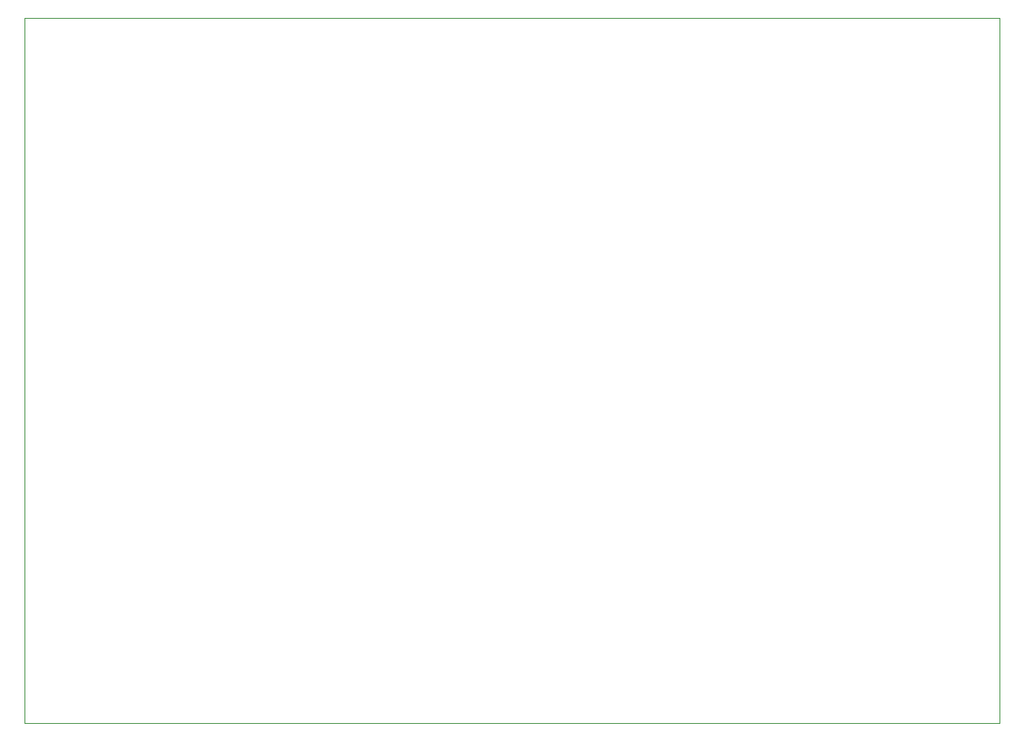
<source format=gbr>
G04 #@! TF.GenerationSoftware,KiCad,Pcbnew,5.1.2+dfsg1-1*
G04 #@! TF.CreationDate,2019-07-22T14:37:20+02:00*
G04 #@! TF.ProjectId,art_controller_3200,6172745f-636f-46e7-9472-6f6c6c65725f,A*
G04 #@! TF.SameCoordinates,Original*
G04 #@! TF.FileFunction,Profile,NP*
%FSLAX46Y46*%
G04 Gerber Fmt 4.6, Leading zero omitted, Abs format (unit mm)*
G04 Created by KiCad (PCBNEW 5.1.2+dfsg1-1) date 2019-07-22 14:37:20*
%MOMM*%
%LPD*%
G04 APERTURE LIST*
%ADD10C,0.050000*%
G04 APERTURE END LIST*
D10*
X195326000Y-63754000D02*
X94234000Y-63754000D01*
X94234000Y-136906000D02*
X94234000Y-63754000D01*
X195326000Y-136906000D02*
X94234000Y-136906000D01*
X195326000Y-63754000D02*
X195326000Y-136906000D01*
M02*

</source>
